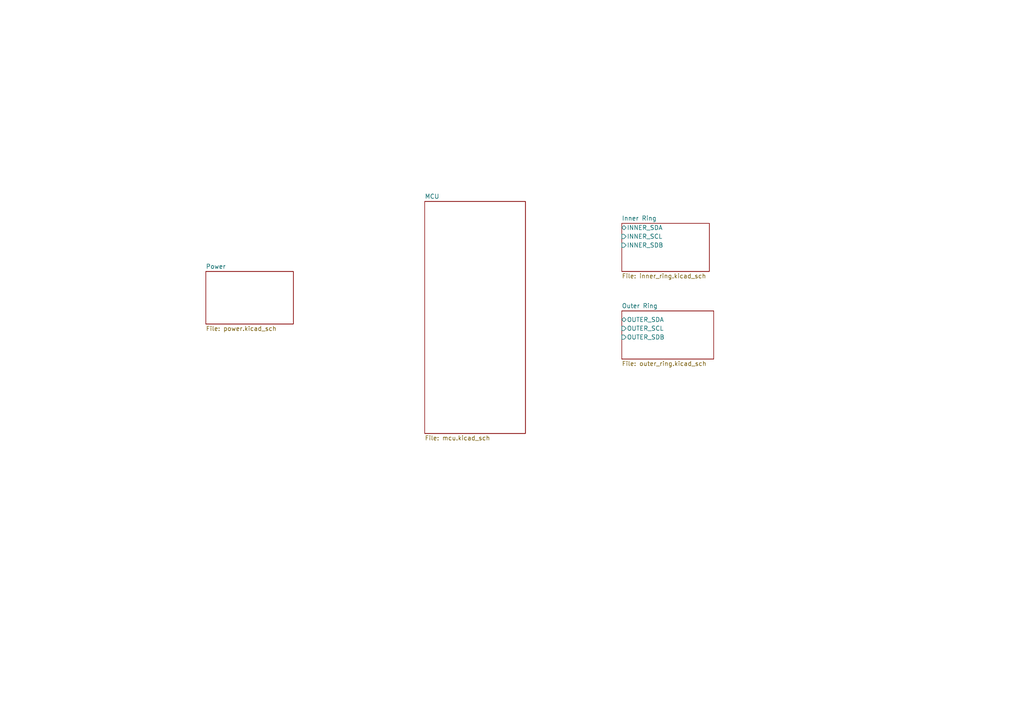
<source format=kicad_sch>
(kicad_sch
	(version 20231120)
	(generator "eeschema")
	(generator_version "8.0")
	(uuid "9f298bf9-d1b7-4300-ae61-070881d679f0")
	(paper "A4")
	(title_block
		(title "Earendel Ring Light")
		(date "2024-08-30")
		(rev "Rev001")
		(company "Aaron & Ryan Shappell")
	)
	(lib_symbols)
	(sheet
		(at 180.34 90.17)
		(size 26.67 13.97)
		(fields_autoplaced yes)
		(stroke
			(width 0.1524)
			(type solid)
		)
		(fill
			(color 0 0 0 0.0000)
		)
		(uuid "74715d57-0c58-4672-a258-2337dca9dddd")
		(property "Sheetname" "Outer Ring"
			(at 180.34 89.4584 0)
			(effects
				(font
					(size 1.27 1.27)
				)
				(justify left bottom)
			)
		)
		(property "Sheetfile" "outer_ring.kicad_sch"
			(at 180.34 104.7246 0)
			(effects
				(font
					(size 1.27 1.27)
				)
				(justify left top)
			)
		)
		(pin "OUTER_SDA" bidirectional
			(at 180.34 92.71 180)
			(effects
				(font
					(size 1.27 1.27)
				)
				(justify left)
			)
			(uuid "60a04035-78ad-4668-bb0f-a410a10f7d36")
		)
		(pin "OUTER_SCL" input
			(at 180.34 95.25 180)
			(effects
				(font
					(size 1.27 1.27)
				)
				(justify left)
			)
			(uuid "a129706a-7b72-46fc-b99f-bbd1049159e9")
		)
		(pin "OUTER_SDB" input
			(at 180.34 97.79 180)
			(effects
				(font
					(size 1.27 1.27)
				)
				(justify left)
			)
			(uuid "85abab63-5c6d-46ae-9d5c-439213f3a5d8")
		)
		(instances
			(project "earendel"
				(path "/9f298bf9-d1b7-4300-ae61-070881d679f0"
					(page "5")
				)
			)
		)
	)
	(sheet
		(at 123.19 58.42)
		(size 29.21 67.31)
		(fields_autoplaced yes)
		(stroke
			(width 0.1524)
			(type solid)
		)
		(fill
			(color 0 0 0 0.0000)
		)
		(uuid "7e4bf15d-4b41-4acc-9c62-004a713d2c38")
		(property "Sheetname" "MCU"
			(at 123.19 57.7084 0)
			(effects
				(font
					(size 1.27 1.27)
				)
				(justify left bottom)
			)
		)
		(property "Sheetfile" "mcu.kicad_sch"
			(at 123.19 126.3146 0)
			(effects
				(font
					(size 1.27 1.27)
				)
				(justify left top)
			)
		)
		(instances
			(project "earendel"
				(path "/9f298bf9-d1b7-4300-ae61-070881d679f0"
					(page "2")
				)
			)
		)
	)
	(sheet
		(at 180.34 64.77)
		(size 25.4 13.97)
		(fields_autoplaced yes)
		(stroke
			(width 0.1524)
			(type solid)
		)
		(fill
			(color 0 0 0 0.0000)
		)
		(uuid "b806f5db-4e1b-45b4-950f-da653ac24cba")
		(property "Sheetname" "Inner Ring"
			(at 180.34 64.0584 0)
			(effects
				(font
					(size 1.27 1.27)
				)
				(justify left bottom)
			)
		)
		(property "Sheetfile" "inner_ring.kicad_sch"
			(at 180.34 79.3246 0)
			(effects
				(font
					(size 1.27 1.27)
				)
				(justify left top)
			)
		)
		(pin "INNER_SCL" input
			(at 180.34 68.58 180)
			(effects
				(font
					(size 1.27 1.27)
				)
				(justify left)
			)
			(uuid "8861646a-3b08-43ee-98f9-6f4681a30db2")
		)
		(pin "INNER_SDB" input
			(at 180.34 71.12 180)
			(effects
				(font
					(size 1.27 1.27)
				)
				(justify left)
			)
			(uuid "c9ad2b9d-43b4-40f0-a24b-de30cbeb5871")
		)
		(pin "INNER_SDA" bidirectional
			(at 180.34 66.04 180)
			(effects
				(font
					(size 1.27 1.27)
				)
				(justify left)
			)
			(uuid "eba6a64e-1672-4c6c-99c9-bf892843b8f1")
		)
		(instances
			(project "earendel"
				(path "/9f298bf9-d1b7-4300-ae61-070881d679f0"
					(page "4")
				)
			)
		)
	)
	(sheet
		(at 59.69 78.74)
		(size 25.4 15.24)
		(fields_autoplaced yes)
		(stroke
			(width 0.1524)
			(type solid)
		)
		(fill
			(color 0 0 0 0.0000)
		)
		(uuid "c4d8be70-2851-439e-879c-727fa1c9d9d5")
		(property "Sheetname" "Power"
			(at 59.69 78.0284 0)
			(effects
				(font
					(size 1.27 1.27)
				)
				(justify left bottom)
			)
		)
		(property "Sheetfile" "power.kicad_sch"
			(at 59.69 94.5646 0)
			(effects
				(font
					(size 1.27 1.27)
				)
				(justify left top)
			)
		)
		(instances
			(project "earendel"
				(path "/9f298bf9-d1b7-4300-ae61-070881d679f0"
					(page "3")
				)
			)
		)
	)
	(sheet_instances
		(path "/"
			(page "1")
		)
	)
)

</source>
